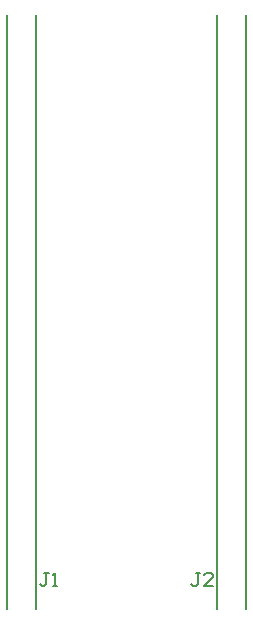
<source format=gbr>
%TF.GenerationSoftware,Altium Limited,Altium Designer,23.10.1 (27)*%
G04 Layer_Color=65535*
%FSLAX45Y45*%
%MOMM*%
%TF.SameCoordinates,7A70C931-5BDF-4ABD-901A-901AFED5F3BC*%
%TF.FilePolarity,Positive*%
%TF.FileFunction,Legend,Top*%
%TF.Part,Single*%
G01*
G75*
%TA.AperFunction,NonConductor*%
%ADD29C,0.20000*%
%ADD30C,0.16000*%
D29*
X1009650Y50000D02*
Y5075000D01*
X768350Y50000D02*
Y5075000D01*
X-1009650Y50000D02*
Y5075000D01*
X-768350Y50000D02*
Y5075000D01*
D30*
X621673Y354982D02*
X585018D01*
X603345D01*
Y263345D01*
X585018Y245018D01*
X566690D01*
X548363Y263345D01*
X731637Y245018D02*
X658327D01*
X731637Y318328D01*
Y336655D01*
X713310Y354982D01*
X676655D01*
X658327Y336655D01*
X-660000Y354982D02*
X-696655D01*
X-678327D01*
Y263345D01*
X-696655Y245018D01*
X-714982D01*
X-733309Y263345D01*
X-623345Y245018D02*
X-586690D01*
X-605018D01*
Y354982D01*
X-623345Y336655D01*
%TF.MD5,e5838464de98a5e447c187680f61fc93*%
M02*

</source>
